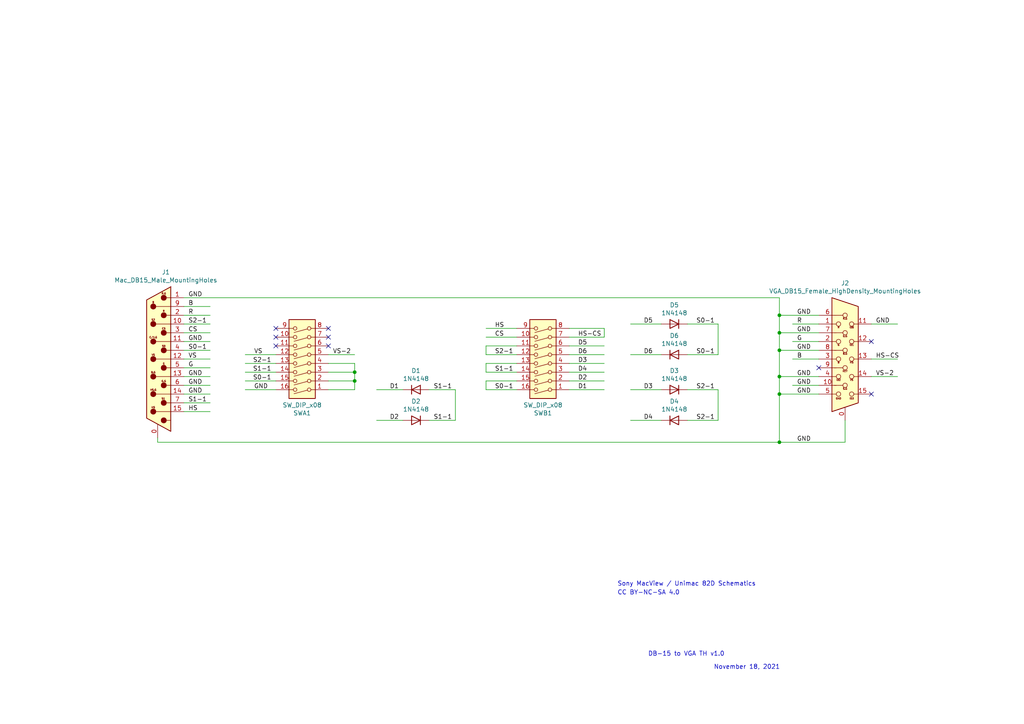
<source format=kicad_sch>
(kicad_sch (version 20211123) (generator eeschema)

  (uuid 7f353085-cee5-40c7-a500-d14ad2361ace)

  (paper "A4")

  (lib_symbols
    (symbol "Diode:1N4148" (pin_numbers hide) (pin_names hide) (in_bom yes) (on_board yes)
      (property "Reference" "D" (id 0) (at 0 2.54 0)
        (effects (font (size 1.27 1.27)))
      )
      (property "Value" "1N4148" (id 1) (at 0 -2.54 0)
        (effects (font (size 1.27 1.27)))
      )
      (property "Footprint" "Diode_THT:D_DO-35_SOD27_P7.62mm_Horizontal" (id 2) (at 0 0 0)
        (effects (font (size 1.27 1.27)) hide)
      )
      (property "Datasheet" "https://assets.nexperia.com/documents/data-sheet/1N4148_1N4448.pdf" (id 3) (at 0 0 0)
        (effects (font (size 1.27 1.27)) hide)
      )
      (property "ki_keywords" "diode" (id 4) (at 0 0 0)
        (effects (font (size 1.27 1.27)) hide)
      )
      (property "ki_description" "100V 0.15A standard switching diode, DO-35" (id 5) (at 0 0 0)
        (effects (font (size 1.27 1.27)) hide)
      )
      (property "ki_fp_filters" "D*DO?35*" (id 6) (at 0 0 0)
        (effects (font (size 1.27 1.27)) hide)
      )
      (symbol "1N4148_0_1"
        (polyline
          (pts
            (xy -1.27 1.27)
            (xy -1.27 -1.27)
          )
          (stroke (width 0.254) (type default) (color 0 0 0 0))
          (fill (type none))
        )
        (polyline
          (pts
            (xy 1.27 0)
            (xy -1.27 0)
          )
          (stroke (width 0) (type default) (color 0 0 0 0))
          (fill (type none))
        )
        (polyline
          (pts
            (xy 1.27 1.27)
            (xy 1.27 -1.27)
            (xy -1.27 0)
            (xy 1.27 1.27)
          )
          (stroke (width 0.254) (type default) (color 0 0 0 0))
          (fill (type none))
        )
      )
      (symbol "1N4148_1_1"
        (pin passive line (at -3.81 0 0) (length 2.54)
          (name "K" (effects (font (size 1.27 1.27))))
          (number "1" (effects (font (size 1.27 1.27))))
        )
        (pin passive line (at 3.81 0 180) (length 2.54)
          (name "A" (effects (font (size 1.27 1.27))))
          (number "2" (effects (font (size 1.27 1.27))))
        )
      )
    )
    (symbol "Switch:SW_DIP_x08" (pin_names (offset 0) hide) (in_bom yes) (on_board yes)
      (property "Reference" "SW" (id 0) (at 0 13.97 0)
        (effects (font (size 1.27 1.27)))
      )
      (property "Value" "SW_DIP_x08" (id 1) (at 0 -11.43 0)
        (effects (font (size 1.27 1.27)))
      )
      (property "Footprint" "" (id 2) (at 0 0 0)
        (effects (font (size 1.27 1.27)) hide)
      )
      (property "Datasheet" "~" (id 3) (at 0 0 0)
        (effects (font (size 1.27 1.27)) hide)
      )
      (property "ki_keywords" "dip switch" (id 4) (at 0 0 0)
        (effects (font (size 1.27 1.27)) hide)
      )
      (property "ki_description" "8x DIP Switch, Single Pole Single Throw (SPST) switch, small symbol" (id 5) (at 0 0 0)
        (effects (font (size 1.27 1.27)) hide)
      )
      (property "ki_fp_filters" "SW?DIP?x8*" (id 6) (at 0 0 0)
        (effects (font (size 1.27 1.27)) hide)
      )
      (symbol "SW_DIP_x08_0_0"
        (circle (center -2.032 -7.62) (radius 0.508)
          (stroke (width 0) (type default) (color 0 0 0 0))
          (fill (type none))
        )
        (circle (center -2.032 -5.08) (radius 0.508)
          (stroke (width 0) (type default) (color 0 0 0 0))
          (fill (type none))
        )
        (circle (center -2.032 -2.54) (radius 0.508)
          (stroke (width 0) (type default) (color 0 0 0 0))
          (fill (type none))
        )
        (circle (center -2.032 0) (radius 0.508)
          (stroke (width 0) (type default) (color 0 0 0 0))
          (fill (type none))
        )
        (circle (center -2.032 2.54) (radius 0.508)
          (stroke (width 0) (type default) (color 0 0 0 0))
          (fill (type none))
        )
        (circle (center -2.032 5.08) (radius 0.508)
          (stroke (width 0) (type default) (color 0 0 0 0))
          (fill (type none))
        )
        (circle (center -2.032 7.62) (radius 0.508)
          (stroke (width 0) (type default) (color 0 0 0 0))
          (fill (type none))
        )
        (circle (center -2.032 10.16) (radius 0.508)
          (stroke (width 0) (type default) (color 0 0 0 0))
          (fill (type none))
        )
        (polyline
          (pts
            (xy -1.524 -7.4676)
            (xy 2.3622 -6.4262)
          )
          (stroke (width 0) (type default) (color 0 0 0 0))
          (fill (type none))
        )
        (polyline
          (pts
            (xy -1.524 -4.9276)
            (xy 2.3622 -3.8862)
          )
          (stroke (width 0) (type default) (color 0 0 0 0))
          (fill (type none))
        )
        (polyline
          (pts
            (xy -1.524 -2.3876)
            (xy 2.3622 -1.3462)
          )
          (stroke (width 0) (type default) (color 0 0 0 0))
          (fill (type none))
        )
        (polyline
          (pts
            (xy -1.524 0.127)
            (xy 2.3622 1.1684)
          )
          (stroke (width 0) (type default) (color 0 0 0 0))
          (fill (type none))
        )
        (polyline
          (pts
            (xy -1.524 2.667)
            (xy 2.3622 3.7084)
          )
          (stroke (width 0) (type default) (color 0 0 0 0))
          (fill (type none))
        )
        (polyline
          (pts
            (xy -1.524 5.207)
            (xy 2.3622 6.2484)
          )
          (stroke (width 0) (type default) (color 0 0 0 0))
          (fill (type none))
        )
        (polyline
          (pts
            (xy -1.524 7.747)
            (xy 2.3622 8.7884)
          )
          (stroke (width 0) (type default) (color 0 0 0 0))
          (fill (type none))
        )
        (polyline
          (pts
            (xy -1.524 10.287)
            (xy 2.3622 11.3284)
          )
          (stroke (width 0) (type default) (color 0 0 0 0))
          (fill (type none))
        )
        (circle (center 2.032 -7.62) (radius 0.508)
          (stroke (width 0) (type default) (color 0 0 0 0))
          (fill (type none))
        )
        (circle (center 2.032 -5.08) (radius 0.508)
          (stroke (width 0) (type default) (color 0 0 0 0))
          (fill (type none))
        )
        (circle (center 2.032 -2.54) (radius 0.508)
          (stroke (width 0) (type default) (color 0 0 0 0))
          (fill (type none))
        )
        (circle (center 2.032 0) (radius 0.508)
          (stroke (width 0) (type default) (color 0 0 0 0))
          (fill (type none))
        )
        (circle (center 2.032 2.54) (radius 0.508)
          (stroke (width 0) (type default) (color 0 0 0 0))
          (fill (type none))
        )
        (circle (center 2.032 5.08) (radius 0.508)
          (stroke (width 0) (type default) (color 0 0 0 0))
          (fill (type none))
        )
        (circle (center 2.032 7.62) (radius 0.508)
          (stroke (width 0) (type default) (color 0 0 0 0))
          (fill (type none))
        )
        (circle (center 2.032 10.16) (radius 0.508)
          (stroke (width 0) (type default) (color 0 0 0 0))
          (fill (type none))
        )
      )
      (symbol "SW_DIP_x08_0_1"
        (rectangle (start -3.81 12.7) (end 3.81 -10.16)
          (stroke (width 0.254) (type default) (color 0 0 0 0))
          (fill (type background))
        )
      )
      (symbol "SW_DIP_x08_1_1"
        (pin passive line (at -7.62 10.16 0) (length 5.08)
          (name "~" (effects (font (size 1.27 1.27))))
          (number "1" (effects (font (size 1.27 1.27))))
        )
        (pin passive line (at 7.62 -5.08 180) (length 5.08)
          (name "~" (effects (font (size 1.27 1.27))))
          (number "10" (effects (font (size 1.27 1.27))))
        )
        (pin passive line (at 7.62 -2.54 180) (length 5.08)
          (name "~" (effects (font (size 1.27 1.27))))
          (number "11" (effects (font (size 1.27 1.27))))
        )
        (pin passive line (at 7.62 0 180) (length 5.08)
          (name "~" (effects (font (size 1.27 1.27))))
          (number "12" (effects (font (size 1.27 1.27))))
        )
        (pin passive line (at 7.62 2.54 180) (length 5.08)
          (name "~" (effects (font (size 1.27 1.27))))
          (number "13" (effects (font (size 1.27 1.27))))
        )
        (pin passive line (at 7.62 5.08 180) (length 5.08)
          (name "~" (effects (font (size 1.27 1.27))))
          (number "14" (effects (font (size 1.27 1.27))))
        )
        (pin passive line (at 7.62 7.62 180) (length 5.08)
          (name "~" (effects (font (size 1.27 1.27))))
          (number "15" (effects (font (size 1.27 1.27))))
        )
        (pin passive line (at 7.62 10.16 180) (length 5.08)
          (name "~" (effects (font (size 1.27 1.27))))
          (number "16" (effects (font (size 1.27 1.27))))
        )
        (pin passive line (at -7.62 7.62 0) (length 5.08)
          (name "~" (effects (font (size 1.27 1.27))))
          (number "2" (effects (font (size 1.27 1.27))))
        )
        (pin passive line (at -7.62 5.08 0) (length 5.08)
          (name "~" (effects (font (size 1.27 1.27))))
          (number "3" (effects (font (size 1.27 1.27))))
        )
        (pin passive line (at -7.62 2.54 0) (length 5.08)
          (name "~" (effects (font (size 1.27 1.27))))
          (number "4" (effects (font (size 1.27 1.27))))
        )
        (pin passive line (at -7.62 0 0) (length 5.08)
          (name "~" (effects (font (size 1.27 1.27))))
          (number "5" (effects (font (size 1.27 1.27))))
        )
        (pin passive line (at -7.62 -2.54 0) (length 5.08)
          (name "~" (effects (font (size 1.27 1.27))))
          (number "6" (effects (font (size 1.27 1.27))))
        )
        (pin passive line (at -7.62 -5.08 0) (length 5.08)
          (name "~" (effects (font (size 1.27 1.27))))
          (number "7" (effects (font (size 1.27 1.27))))
        )
        (pin passive line (at -7.62 -7.62 0) (length 5.08)
          (name "~" (effects (font (size 1.27 1.27))))
          (number "8" (effects (font (size 1.27 1.27))))
        )
        (pin passive line (at 7.62 -7.62 180) (length 5.08)
          (name "~" (effects (font (size 1.27 1.27))))
          (number "9" (effects (font (size 1.27 1.27))))
        )
      )
    )
    (symbol "project:Mac_DB15_Male_MountingHoles" (pin_names (offset 1.016) hide) (in_bom yes) (on_board yes)
      (property "Reference" "J" (id 0) (at 2.54 24.13 0)
        (effects (font (size 1.27 1.27)))
      )
      (property "Value" "Mac_DB15_Male_MountingHoles" (id 1) (at 2.54 26.035 0)
        (effects (font (size 1.27 1.27)))
      )
      (property "Footprint" "" (id 2) (at 0 0 0)
        (effects (font (size 1.27 1.27)) hide)
      )
      (property "Datasheet" "" (id 3) (at 0 0 0)
        (effects (font (size 1.27 1.27)) hide)
      )
      (property "ki_fp_filters" "DSUB*Male*" (id 4) (at 0 0 0)
        (effects (font (size 1.27 1.27)) hide)
      )
      (symbol "Mac_DB15_Male_MountingHoles_0_0"
        (text "B" (at -1.27 16.764 0)
          (effects (font (size 0.508 0.508)) (justify top))
        )
        (text "B.G" (at -1.27 -3.556 0)
          (effects (font (size 0.508 0.508)) (justify top))
        )
        (text "C/V.G" (at -1.27 6.604 0)
          (effects (font (size 0.508 0.508)) (justify top))
        )
        (text "CS" (at 1.778 9.144 0)
          (effects (font (size 0.508 0.508)) (justify top))
        )
        (text "G" (at 1.778 -1.016 0)
          (effects (font (size 0.508 0.508)) (justify top))
        )
        (text "G.G" (at 1.778 -6.096 0)
          (effects (font (size 0.508 0.508)) (justify top))
        )
        (text "HS" (at -1.27 -13.716 0)
          (effects (font (size 0.508 0.508)) (justify top))
        )
        (text "HS.G" (at -1.27 -8.636 0)
          (effects (font (size 0.508 0.508)) (justify top))
        )
        (text "R" (at 1.778 14.224 0)
          (effects (font (size 0.508 0.508)) (justify top))
        )
        (text "R.G" (at 1.778 19.304 0)
          (effects (font (size 0.508 0.508)) (justify top))
        )
        (text "S0" (at 1.778 4.064 0)
          (effects (font (size 0.508 0.508)) (justify top))
        )
        (text "S1" (at 1.651 -11.176 0)
          (effects (font (size 0.508 0.508)) (justify top))
        )
        (text "S2" (at -1.27 11.684 0)
          (effects (font (size 0.508 0.508)) (justify top))
        )
        (text "VS" (at -1.27 1.524 0)
          (effects (font (size 0.508 0.508)) (justify top))
        )
      )
      (symbol "Mac_DB15_Male_MountingHoles_0_1"
        (circle (center -1.27 -15.24) (radius 0.762)
          (stroke (width 0) (type default) (color 0 0 0 0))
          (fill (type outline))
        )
        (circle (center -1.27 -10.16) (radius 0.762)
          (stroke (width 0) (type default) (color 0 0 0 0))
          (fill (type outline))
        )
        (circle (center -1.27 -5.08) (radius 0.762)
          (stroke (width 0) (type default) (color 0 0 0 0))
          (fill (type outline))
        )
        (circle (center -1.27 0) (radius 0.762)
          (stroke (width 0) (type default) (color 0 0 0 0))
          (fill (type outline))
        )
        (circle (center -1.27 5.08) (radius 0.762)
          (stroke (width 0) (type default) (color 0 0 0 0))
          (fill (type outline))
        )
        (circle (center -1.27 10.16) (radius 0.762)
          (stroke (width 0) (type default) (color 0 0 0 0))
          (fill (type outline))
        )
        (circle (center -1.27 15.24) (radius 0.762)
          (stroke (width 0) (type default) (color 0 0 0 0))
          (fill (type outline))
        )
        (polyline
          (pts
            (xy 3.81 -17.78)
            (xy 2.54 -17.78)
          )
          (stroke (width 0) (type default) (color 0 0 0 0))
          (fill (type none))
        )
        (polyline
          (pts
            (xy 3.81 -15.24)
            (xy -0.508 -15.24)
          )
          (stroke (width 0) (type default) (color 0 0 0 0))
          (fill (type none))
        )
        (polyline
          (pts
            (xy 3.81 -12.7)
            (xy 2.54 -12.7)
          )
          (stroke (width 0) (type default) (color 0 0 0 0))
          (fill (type none))
        )
        (polyline
          (pts
            (xy 3.81 -10.16)
            (xy -0.508 -10.16)
          )
          (stroke (width 0) (type default) (color 0 0 0 0))
          (fill (type none))
        )
        (polyline
          (pts
            (xy 3.81 -7.62)
            (xy 2.54 -7.62)
          )
          (stroke (width 0) (type default) (color 0 0 0 0))
          (fill (type none))
        )
        (polyline
          (pts
            (xy 3.81 -5.08)
            (xy -0.508 -5.08)
          )
          (stroke (width 0) (type default) (color 0 0 0 0))
          (fill (type none))
        )
        (polyline
          (pts
            (xy 3.81 -2.54)
            (xy 2.54 -2.54)
          )
          (stroke (width 0) (type default) (color 0 0 0 0))
          (fill (type none))
        )
        (polyline
          (pts
            (xy 3.81 0)
            (xy -0.508 0)
          )
          (stroke (width 0) (type default) (color 0 0 0 0))
          (fill (type none))
        )
        (polyline
          (pts
            (xy 3.81 2.54)
            (xy 2.54 2.54)
          )
          (stroke (width 0) (type default) (color 0 0 0 0))
          (fill (type none))
        )
        (polyline
          (pts
            (xy 3.81 5.08)
            (xy -0.508 5.08)
          )
          (stroke (width 0) (type default) (color 0 0 0 0))
          (fill (type none))
        )
        (polyline
          (pts
            (xy 3.81 7.62)
            (xy 2.54 7.62)
          )
          (stroke (width 0) (type default) (color 0 0 0 0))
          (fill (type none))
        )
        (polyline
          (pts
            (xy 3.81 10.16)
            (xy -0.508 10.16)
          )
          (stroke (width 0) (type default) (color 0 0 0 0))
          (fill (type none))
        )
        (polyline
          (pts
            (xy 3.81 12.7)
            (xy 2.54 12.7)
          )
          (stroke (width 0) (type default) (color 0 0 0 0))
          (fill (type none))
        )
        (polyline
          (pts
            (xy 3.81 15.24)
            (xy -0.508 15.24)
          )
          (stroke (width 0) (type default) (color 0 0 0 0))
          (fill (type none))
        )
        (polyline
          (pts
            (xy 3.81 17.78)
            (xy 2.54 17.78)
          )
          (stroke (width 0) (type default) (color 0 0 0 0))
          (fill (type none))
        )
        (polyline
          (pts
            (xy 3.81 20.955)
            (xy -3.175 17.145)
            (xy -3.175 -17.145)
            (xy 3.81 -20.955)
            (xy 3.81 20.955)
          )
          (stroke (width 0.254) (type default) (color 0 0 0 0))
          (fill (type background))
        )
        (circle (center 1.778 -17.78) (radius 0.762)
          (stroke (width 0) (type default) (color 0 0 0 0))
          (fill (type outline))
        )
        (circle (center 1.778 -12.7) (radius 0.762)
          (stroke (width 0) (type default) (color 0 0 0 0))
          (fill (type outline))
        )
        (circle (center 1.778 -7.62) (radius 0.762)
          (stroke (width 0) (type default) (color 0 0 0 0))
          (fill (type outline))
        )
        (circle (center 1.778 -2.54) (radius 0.762)
          (stroke (width 0) (type default) (color 0 0 0 0))
          (fill (type outline))
        )
        (circle (center 1.778 2.54) (radius 0.762)
          (stroke (width 0) (type default) (color 0 0 0 0))
          (fill (type outline))
        )
        (circle (center 1.778 7.62) (radius 0.762)
          (stroke (width 0) (type default) (color 0 0 0 0))
          (fill (type outline))
        )
        (circle (center 1.778 12.7) (radius 0.762)
          (stroke (width 0) (type default) (color 0 0 0 0))
          (fill (type outline))
        )
        (circle (center 1.778 17.78) (radius 0.762)
          (stroke (width 0) (type default) (color 0 0 0 0))
          (fill (type outline))
        )
      )
      (symbol "Mac_DB15_Male_MountingHoles_1_1"
        (pin passive line (at 0 -22.86 90) (length 3.81)
          (name "SGND" (effects (font (size 1.27 1.27))))
          (number "0" (effects (font (size 1.27 1.27))))
        )
        (pin passive line (at 7.62 17.78 180) (length 3.81)
          (name "RED.GND" (effects (font (size 1.27 1.27))))
          (number "1" (effects (font (size 1.27 1.27))))
        )
        (pin output line (at 7.62 10.16 180) (length 3.81)
          (name "SENSE2" (effects (font (size 1.27 1.27))))
          (number "10" (effects (font (size 1.27 1.27))))
        )
        (pin passive line (at 7.62 5.08 180) (length 3.81)
          (name "CSYNC/VSYNC.GND" (effects (font (size 1.27 1.27))))
          (number "11" (effects (font (size 1.27 1.27))))
        )
        (pin input line (at 7.62 0 180) (length 3.81)
          (name "/VSYNC" (effects (font (size 1.27 1.27))))
          (number "12" (effects (font (size 1.27 1.27))))
        )
        (pin passive line (at 7.62 -5.08 180) (length 3.81)
          (name "BLU.GND" (effects (font (size 1.27 1.27))))
          (number "13" (effects (font (size 1.27 1.27))))
        )
        (pin passive line (at 7.62 -10.16 180) (length 3.81)
          (name "HSYNC.GND" (effects (font (size 1.27 1.27))))
          (number "14" (effects (font (size 1.27 1.27))))
        )
        (pin input line (at 7.62 -15.24 180) (length 3.81)
          (name "/HSYNC" (effects (font (size 1.27 1.27))))
          (number "15" (effects (font (size 1.27 1.27))))
        )
        (pin input line (at 7.62 12.7 180) (length 3.81)
          (name "RED.VID" (effects (font (size 1.27 1.27))))
          (number "2" (effects (font (size 1.27 1.27))))
        )
        (pin input line (at 7.62 7.62 180) (length 3.81)
          (name "/CSYNC" (effects (font (size 1.27 1.27))))
          (number "3" (effects (font (size 1.27 1.27))))
        )
        (pin output line (at 7.62 2.54 180) (length 3.81)
          (name "SENSE0" (effects (font (size 1.27 1.27))))
          (number "4" (effects (font (size 1.27 1.27))))
        )
        (pin input line (at 7.62 -2.54 180) (length 3.81)
          (name "GRN.VID" (effects (font (size 1.27 1.27))))
          (number "5" (effects (font (size 1.27 1.27))))
        )
        (pin passive line (at 7.62 -7.62 180) (length 3.81)
          (name "GRN.GND" (effects (font (size 1.27 1.27))))
          (number "6" (effects (font (size 1.27 1.27))))
        )
        (pin output line (at 7.62 -12.7 180) (length 3.81)
          (name "SENSE1" (effects (font (size 1.27 1.27))))
          (number "7" (effects (font (size 1.27 1.27))))
        )
        (pin no_connect line (at 7.62 -17.78 180) (length 3.81) hide
          (name "8" (effects (font (size 1.27 1.27))))
          (number "8" (effects (font (size 1.27 1.27))))
        )
        (pin output line (at 7.62 15.24 180) (length 3.81)
          (name "BLU.VID" (effects (font (size 1.27 1.27))))
          (number "9" (effects (font (size 1.27 1.27))))
        )
      )
    )
    (symbol "project:VGA_DB15_Female_HighDensity_MountingHoles" (pin_names (offset 1.016) hide) (in_bom yes) (on_board yes)
      (property "Reference" "J" (id 0) (at 0 21.59 0)
        (effects (font (size 1.27 1.27)))
      )
      (property "Value" "VGA_DB15_Female_HighDensity_MountingHoles" (id 1) (at 0 19.05 0)
        (effects (font (size 1.27 1.27)))
      )
      (property "Footprint" "" (id 2) (at -24.13 10.16 0)
        (effects (font (size 1.27 1.27)) hide)
      )
      (property "Datasheet" "" (id 3) (at -24.13 10.16 0)
        (effects (font (size 1.27 1.27)) hide)
      )
      (property "ki_fp_filters" "DSUB*Female*" (id 4) (at 0 0 0)
        (effects (font (size 1.27 1.27)) hide)
      )
      (symbol "VGA_DB15_Female_HighDensity_MountingHoles_0_0"
        (text "B" (at -1.905 -1.27 0)
          (effects (font (size 0.508 0.508)) (justify bottom))
        )
        (text "B.G" (at 0 1.27 0)
          (effects (font (size 0.508 0.508)) (justify bottom))
        )
        (text "G" (at -1.905 3.81 0)
          (effects (font (size 0.508 0.508)) (justify bottom))
        )
        (text "G.G" (at 0 6.35 0)
          (effects (font (size 0.508 0.508)) (justify bottom))
        )
        (text "GND" (at -1.905 -11.43 0)
          (effects (font (size 0.508 0.508)))
        )
        (text "HS" (at 1.905 -1.27 0)
          (effects (font (size 0.508 0.508)) (justify bottom))
        )
        (text "ID0" (at 1.905 8.89 0)
          (effects (font (size 0.508 0.508)) (justify bottom))
        )
        (text "ID1" (at 1.905 3.81 0)
          (effects (font (size 0.508 0.508)) (justify bottom))
        )
        (text "ID2" (at -1.905 -6.35 0)
          (effects (font (size 0.508 0.508)) (justify bottom))
        )
        (text "ID3" (at 1.905 -11.43 0)
          (effects (font (size 0.508 0.508)))
        )
        (text "KEY" (at 0 -3.81 0)
          (effects (font (size 0.508 0.508)) (justify bottom))
        )
        (text "R" (at -1.905 8.89 0)
          (effects (font (size 0.508 0.508)) (justify bottom))
        )
        (text "R.G" (at 0 11.43 0)
          (effects (font (size 0.508 0.508)) (justify bottom))
        )
        (text "S.G" (at 0 -8.89 0)
          (effects (font (size 0.508 0.508)) (justify bottom))
        )
        (text "VS" (at 1.905 -6.35 0)
          (effects (font (size 0.508 0.508)) (justify bottom))
        )
      )
      (symbol "VGA_DB15_Female_HighDensity_MountingHoles_0_1"
        (circle (center -1.905 -10.16) (radius 0.635)
          (stroke (width 0) (type default) (color 0 0 0 0))
          (fill (type none))
        )
        (circle (center -1.905 -5.08) (radius 0.635)
          (stroke (width 0) (type default) (color 0 0 0 0))
          (fill (type none))
        )
        (circle (center -1.905 0) (radius 0.635)
          (stroke (width 0) (type default) (color 0 0 0 0))
          (fill (type none))
        )
        (circle (center -1.905 5.08) (radius 0.635)
          (stroke (width 0) (type default) (color 0 0 0 0))
          (fill (type none))
        )
        (circle (center -1.905 10.16) (radius 0.635)
          (stroke (width 0) (type default) (color 0 0 0 0))
          (fill (type none))
        )
        (circle (center 0 -7.62) (radius 0.635)
          (stroke (width 0) (type default) (color 0 0 0 0))
          (fill (type none))
        )
        (circle (center 0 -2.54) (radius 0.635)
          (stroke (width 0) (type default) (color 0 0 0 0))
          (fill (type none))
        )
        (polyline
          (pts
            (xy -3.175 7.62)
            (xy -0.635 7.62)
          )
          (stroke (width 0) (type default) (color 0 0 0 0))
          (fill (type none))
        )
        (polyline
          (pts
            (xy -0.635 -7.62)
            (xy -3.175 -7.62)
          )
          (stroke (width 0) (type default) (color 0 0 0 0))
          (fill (type none))
        )
        (polyline
          (pts
            (xy -0.635 -2.54)
            (xy -3.175 -2.54)
          )
          (stroke (width 0) (type default) (color 0 0 0 0))
          (fill (type none))
        )
        (polyline
          (pts
            (xy -0.635 2.54)
            (xy -3.175 2.54)
          )
          (stroke (width 0) (type default) (color 0 0 0 0))
          (fill (type none))
        )
        (polyline
          (pts
            (xy -0.635 12.7)
            (xy -3.175 12.7)
          )
          (stroke (width 0) (type default) (color 0 0 0 0))
          (fill (type none))
        )
        (polyline
          (pts
            (xy -3.81 17.78)
            (xy -3.81 -15.24)
            (xy 3.81 -12.7)
            (xy 3.81 15.24)
            (xy -3.81 17.78)
          )
          (stroke (width 0.254) (type default) (color 0 0 0 0))
          (fill (type background))
        )
        (circle (center 0 2.54) (radius 0.635)
          (stroke (width 0) (type default) (color 0 0 0 0))
          (fill (type none))
        )
        (circle (center 0 7.62) (radius 0.635)
          (stroke (width 0) (type default) (color 0 0 0 0))
          (fill (type none))
        )
        (circle (center 0 12.7) (radius 0.635)
          (stroke (width 0) (type default) (color 0 0 0 0))
          (fill (type none))
        )
        (circle (center 1.905 -10.16) (radius 0.635)
          (stroke (width 0) (type default) (color 0 0 0 0))
          (fill (type none))
        )
        (circle (center 1.905 -5.08) (radius 0.635)
          (stroke (width 0) (type default) (color 0 0 0 0))
          (fill (type none))
        )
        (circle (center 1.905 0) (radius 0.635)
          (stroke (width 0) (type default) (color 0 0 0 0))
          (fill (type none))
        )
        (circle (center 1.905 5.08) (radius 0.635)
          (stroke (width 0) (type default) (color 0 0 0 0))
          (fill (type none))
        )
        (circle (center 1.905 10.16) (radius 0.635)
          (stroke (width 0) (type default) (color 0 0 0 0))
          (fill (type none))
        )
      )
      (symbol "VGA_DB15_Female_HighDensity_MountingHoles_1_1"
        (pin passive line (at 0 -17.78 90) (length 3.81)
          (name "SGND" (effects (font (size 1.27 1.27))))
          (number "0" (effects (font (size 1.27 1.27))))
        )
        (pin output line (at -7.62 10.16 0) (length 5.08)
          (name "RED.VID" (effects (font (size 1.27 1.27))))
          (number "1" (effects (font (size 1.27 1.27))))
        )
        (pin passive line (at -7.62 -7.62 0) (length 5.08)
          (name "SYNC.GND" (effects (font (size 1.27 1.27))))
          (number "10" (effects (font (size 1.27 1.27))))
        )
        (pin input line (at 7.62 10.16 180) (length 5.08)
          (name "ID0" (effects (font (size 1.27 1.27))))
          (number "11" (effects (font (size 1.27 1.27))))
        )
        (pin input line (at 7.62 5.08 180) (length 5.08)
          (name "ID1" (effects (font (size 1.27 1.27))))
          (number "12" (effects (font (size 1.27 1.27))))
        )
        (pin output line (at 7.62 0 180) (length 5.08)
          (name "/HSYNC" (effects (font (size 1.27 1.27))))
          (number "13" (effects (font (size 1.27 1.27))))
        )
        (pin output line (at 7.62 -5.08 180) (length 5.08)
          (name "/VSYNC" (effects (font (size 1.27 1.27))))
          (number "14" (effects (font (size 1.27 1.27))))
        )
        (pin input line (at 7.62 -10.16 180) (length 5.08)
          (name "ID3" (effects (font (size 1.27 1.27))))
          (number "15" (effects (font (size 1.27 1.27))))
        )
        (pin output line (at -7.62 5.08 0) (length 5.08)
          (name "GRN.VID" (effects (font (size 1.27 1.27))))
          (number "2" (effects (font (size 1.27 1.27))))
        )
        (pin output line (at -7.62 0 0) (length 5.08)
          (name "BLU.VID" (effects (font (size 1.27 1.27))))
          (number "3" (effects (font (size 1.27 1.27))))
        )
        (pin input line (at -7.62 -5.08 0) (length 5.08)
          (name "ID2/RES" (effects (font (size 1.27 1.27))))
          (number "4" (effects (font (size 1.27 1.27))))
        )
        (pin passive line (at -7.62 -10.16 0) (length 5.08)
          (name "GND" (effects (font (size 1.27 1.27))))
          (number "5" (effects (font (size 1.27 1.27))))
        )
        (pin passive line (at -7.62 12.7 0) (length 5.08)
          (name "RED.GND" (effects (font (size 1.27 1.27))))
          (number "6" (effects (font (size 1.27 1.27))))
        )
        (pin passive line (at -7.62 7.62 0) (length 5.08)
          (name "GRN.GND" (effects (font (size 1.27 1.27))))
          (number "7" (effects (font (size 1.27 1.27))))
        )
        (pin passive line (at -7.62 2.54 0) (length 5.08)
          (name "BLU.GND" (effects (font (size 1.27 1.27))))
          (number "8" (effects (font (size 1.27 1.27))))
        )
        (pin power_out line (at -7.62 -2.54 0) (length 5.08)
          (name "KEY" (effects (font (size 1.27 1.27))))
          (number "9" (effects (font (size 1.27 1.27))))
        )
      )
    )
  )

  (junction (at 226.06 128.27) (diameter 0) (color 0 0 0 0)
    (uuid 2648c0dc-06a6-4477-8ae5-9a76dd639634)
  )
  (junction (at 226.06 101.6) (diameter 0) (color 0 0 0 0)
    (uuid 35a52157-18f5-463f-8919-360e8b432bac)
  )
  (junction (at 102.87 110.49) (diameter 0) (color 0 0 0 0)
    (uuid 4a01c646-4fed-4a6d-8a1b-63ec5583d9e8)
  )
  (junction (at 226.06 114.3) (diameter 0) (color 0 0 0 0)
    (uuid 6440dde4-eeb3-4178-984c-15b633c5d33b)
  )
  (junction (at 226.06 109.22) (diameter 0) (color 0 0 0 0)
    (uuid 7ac9ff9a-a335-42bb-8c31-07448f9d0deb)
  )
  (junction (at 226.06 96.52) (diameter 0) (color 0 0 0 0)
    (uuid 7af2285a-0596-4024-a42d-485ccfbd81ee)
  )
  (junction (at 102.87 107.95) (diameter 0) (color 0 0 0 0)
    (uuid d19ea075-e64b-4bb1-b16f-9fbcd4b0b95e)
  )
  (junction (at 226.06 91.44) (diameter 0) (color 0 0 0 0)
    (uuid d412c0cb-049d-4176-ad86-43cb1ac71ad8)
  )

  (no_connect (at 95.25 95.25) (uuid 09cb651b-a0c1-419c-801c-5c4c0e468a2a))
  (no_connect (at 95.25 97.79) (uuid 1e87df35-9cee-4bbc-9f51-c79fa7ee811f))
  (no_connect (at 237.49 106.68) (uuid 3d553bf7-3c88-46b1-9d8e-62a5240d2274))
  (no_connect (at 80.01 100.33) (uuid 594b1487-4dc0-4a1e-beea-6738da55ba0b))
  (no_connect (at 80.01 97.79) (uuid 7714052d-9542-4697-8202-6fd01dedb9e3))
  (no_connect (at 95.25 100.33) (uuid 9fe312e1-77f4-4375-bd9b-6453dfd5089d))
  (no_connect (at 252.73 114.3) (uuid f17f3d32-865e-4193-b6c7-6c0514e262dd))
  (no_connect (at 80.01 95.25) (uuid fc871e94-f426-499d-b2c0-209be1f664d6))
  (no_connect (at 252.73 99.06) (uuid fed7151b-0c87-407e-969e-5b6f28f6eefa))

  (wire (pts (xy 175.26 97.79) (xy 175.26 95.25))
    (stroke (width 0) (type default) (color 0 0 0 0))
    (uuid 014e3e01-12d5-4878-a880-6c11dec1ffec)
  )
  (wire (pts (xy 191.77 102.87) (xy 182.88 102.87))
    (stroke (width 0) (type default) (color 0 0 0 0))
    (uuid 0ab439ca-7259-48c0-8ffe-a2b6af371fad)
  )
  (wire (pts (xy 53.34 96.52) (xy 60.96 96.52))
    (stroke (width 0) (type default) (color 0 0 0 0))
    (uuid 0b25c417-4915-47b2-83ac-0b1f0664f0d0)
  )
  (wire (pts (xy 102.87 105.41) (xy 95.25 105.41))
    (stroke (width 0) (type default) (color 0 0 0 0))
    (uuid 11d437d7-d756-466a-b26a-c2d11670d4f4)
  )
  (wire (pts (xy 53.34 106.68) (xy 60.96 106.68))
    (stroke (width 0) (type default) (color 0 0 0 0))
    (uuid 1b799cc4-665f-4a48-a1d6-b077a6cfdb15)
  )
  (wire (pts (xy 165.1 110.49) (xy 175.26 110.49))
    (stroke (width 0) (type default) (color 0 0 0 0))
    (uuid 1f59dc1e-2ae8-416b-a9ff-53b05f5acd99)
  )
  (wire (pts (xy 140.97 105.41) (xy 149.86 105.41))
    (stroke (width 0) (type default) (color 0 0 0 0))
    (uuid 1f7c4ce0-8fa9-4618-bd45-b797e787a943)
  )
  (wire (pts (xy 71.12 102.87) (xy 80.01 102.87))
    (stroke (width 0) (type default) (color 0 0 0 0))
    (uuid 235c7cab-a93f-4f92-93b5-062f1d5400a7)
  )
  (wire (pts (xy 199.39 121.92) (xy 208.28 121.92))
    (stroke (width 0) (type default) (color 0 0 0 0))
    (uuid 23c8cb40-293e-4273-84e8-5f5a1c3070e4)
  )
  (wire (pts (xy 95.25 110.49) (xy 102.87 110.49))
    (stroke (width 0) (type default) (color 0 0 0 0))
    (uuid 27e8cb18-ca5e-4d25-93c4-3944e6747e07)
  )
  (wire (pts (xy 53.34 101.6) (xy 60.96 101.6))
    (stroke (width 0) (type default) (color 0 0 0 0))
    (uuid 39f2d205-be99-4eb1-8f9a-09ecff1376fd)
  )
  (wire (pts (xy 226.06 109.22) (xy 226.06 101.6))
    (stroke (width 0) (type default) (color 0 0 0 0))
    (uuid 3a3a5928-8bc2-4af2-8466-b80870705845)
  )
  (wire (pts (xy 53.34 119.38) (xy 60.96 119.38))
    (stroke (width 0) (type default) (color 0 0 0 0))
    (uuid 3bc79b44-9e46-4e82-81a8-89634c86addd)
  )
  (wire (pts (xy 53.34 104.14) (xy 60.96 104.14))
    (stroke (width 0) (type default) (color 0 0 0 0))
    (uuid 3fa19c6c-9568-440d-a833-1cba4db71772)
  )
  (wire (pts (xy 149.86 95.25) (xy 140.97 95.25))
    (stroke (width 0) (type default) (color 0 0 0 0))
    (uuid 3fd1b779-a6c6-4a3c-ae1a-ae25d0c7bcbd)
  )
  (wire (pts (xy 199.39 93.98) (xy 208.28 93.98))
    (stroke (width 0) (type default) (color 0 0 0 0))
    (uuid 40b7b612-e746-4fe8-9cb6-5c45090e0e0e)
  )
  (wire (pts (xy 71.12 110.49) (xy 80.01 110.49))
    (stroke (width 0) (type default) (color 0 0 0 0))
    (uuid 417f6a1f-8fac-404b-a24b-6c4fd759ef85)
  )
  (wire (pts (xy 102.87 110.49) (xy 102.87 107.95))
    (stroke (width 0) (type default) (color 0 0 0 0))
    (uuid 41a95cf7-520b-499b-bbfb-9ece4ab28169)
  )
  (wire (pts (xy 149.86 102.87) (xy 140.97 102.87))
    (stroke (width 0) (type default) (color 0 0 0 0))
    (uuid 42508b75-e057-45e3-b6c6-eb3ce1687398)
  )
  (wire (pts (xy 226.06 101.6) (xy 237.49 101.6))
    (stroke (width 0) (type default) (color 0 0 0 0))
    (uuid 4628d607-2c80-451a-adac-3743bd04cccf)
  )
  (wire (pts (xy 124.46 113.03) (xy 132.08 113.03))
    (stroke (width 0) (type default) (color 0 0 0 0))
    (uuid 48061476-a39b-4438-9f3f-c7e33479fefc)
  )
  (wire (pts (xy 140.97 110.49) (xy 140.97 113.03))
    (stroke (width 0) (type default) (color 0 0 0 0))
    (uuid 4c9bdad7-bb5a-4160-8868-4b65cc33833e)
  )
  (wire (pts (xy 53.34 93.98) (xy 60.96 93.98))
    (stroke (width 0) (type default) (color 0 0 0 0))
    (uuid 50d194ce-6277-4758-b361-69d61709ade1)
  )
  (wire (pts (xy 165.1 105.41) (xy 175.26 105.41))
    (stroke (width 0) (type default) (color 0 0 0 0))
    (uuid 55b7efc2-f81d-4738-8105-d6f2fbf6f16e)
  )
  (wire (pts (xy 165.1 97.79) (xy 175.26 97.79))
    (stroke (width 0) (type default) (color 0 0 0 0))
    (uuid 5812df17-06ae-4e6b-af36-098b4cdded09)
  )
  (wire (pts (xy 71.12 105.41) (xy 80.01 105.41))
    (stroke (width 0) (type default) (color 0 0 0 0))
    (uuid 58ac3f2b-3ae9-45e4-b521-15f8bab8889d)
  )
  (wire (pts (xy 71.12 107.95) (xy 80.01 107.95))
    (stroke (width 0) (type default) (color 0 0 0 0))
    (uuid 58deb277-c74d-4ee0-89d7-725a237464a6)
  )
  (wire (pts (xy 53.34 114.3) (xy 60.96 114.3))
    (stroke (width 0) (type default) (color 0 0 0 0))
    (uuid 59ab8ab8-3765-48a8-9097-0c17d5452c29)
  )
  (wire (pts (xy 140.97 107.95) (xy 140.97 105.41))
    (stroke (width 0) (type default) (color 0 0 0 0))
    (uuid 5e87771d-c711-4418-a48f-c013a9186bc5)
  )
  (wire (pts (xy 116.84 113.03) (xy 109.22 113.03))
    (stroke (width 0) (type default) (color 0 0 0 0))
    (uuid 60ae27e2-6a74-4d60-a1a7-3d66554a9614)
  )
  (wire (pts (xy 165.1 107.95) (xy 175.26 107.95))
    (stroke (width 0) (type default) (color 0 0 0 0))
    (uuid 61d7960c-bed6-44b0-928e-e9fd39bfa0a2)
  )
  (wire (pts (xy 226.06 91.44) (xy 226.06 96.52))
    (stroke (width 0) (type default) (color 0 0 0 0))
    (uuid 66065521-e209-408b-a060-18c2672ded4c)
  )
  (wire (pts (xy 53.34 91.44) (xy 60.96 91.44))
    (stroke (width 0) (type default) (color 0 0 0 0))
    (uuid 669f0579-5d41-45b9-84f9-f6ccc85faee7)
  )
  (wire (pts (xy 140.97 113.03) (xy 149.86 113.03))
    (stroke (width 0) (type default) (color 0 0 0 0))
    (uuid 6a9bb729-07c7-4fb7-ace2-f160a65006c6)
  )
  (wire (pts (xy 165.1 100.33) (xy 175.26 100.33))
    (stroke (width 0) (type default) (color 0 0 0 0))
    (uuid 6c145cf8-fa06-49f2-91d2-91cfe7e41d82)
  )
  (wire (pts (xy 53.34 109.22) (xy 60.96 109.22))
    (stroke (width 0) (type default) (color 0 0 0 0))
    (uuid 6fe5c8c4-cdde-4cc6-9a07-42159c880af7)
  )
  (wire (pts (xy 53.34 111.76) (xy 60.96 111.76))
    (stroke (width 0) (type default) (color 0 0 0 0))
    (uuid 76474870-2188-43ff-ace6-f7f618cbb998)
  )
  (wire (pts (xy 226.06 86.36) (xy 226.06 91.44))
    (stroke (width 0) (type default) (color 0 0 0 0))
    (uuid 76f729f4-5fb0-487d-b26f-6f6ecca7d9fa)
  )
  (wire (pts (xy 191.77 121.92) (xy 182.88 121.92))
    (stroke (width 0) (type default) (color 0 0 0 0))
    (uuid 78ba5234-fabb-4edc-9164-88dd8b9b3f5e)
  )
  (wire (pts (xy 226.06 96.52) (xy 226.06 101.6))
    (stroke (width 0) (type default) (color 0 0 0 0))
    (uuid 7dc53b4f-600d-4fba-a918-b2a0a05f25fc)
  )
  (wire (pts (xy 102.87 110.49) (xy 102.87 113.03))
    (stroke (width 0) (type default) (color 0 0 0 0))
    (uuid 7ddf1f1d-e011-412a-9f9f-ddcdf44d61f0)
  )
  (wire (pts (xy 237.49 104.14) (xy 229.87 104.14))
    (stroke (width 0) (type default) (color 0 0 0 0))
    (uuid 812a810f-8e06-4867-9210-c71bca46f31a)
  )
  (wire (pts (xy 116.84 121.92) (xy 109.22 121.92))
    (stroke (width 0) (type default) (color 0 0 0 0))
    (uuid 84562a60-1874-4051-8096-cdfecb749175)
  )
  (wire (pts (xy 191.77 93.98) (xy 182.88 93.98))
    (stroke (width 0) (type default) (color 0 0 0 0))
    (uuid 87384ba1-6f0f-45b5-a372-d87c67100de2)
  )
  (wire (pts (xy 237.49 91.44) (xy 226.06 91.44))
    (stroke (width 0) (type default) (color 0 0 0 0))
    (uuid 87740579-2e7a-48a9-b22c-32128c0f6ee6)
  )
  (wire (pts (xy 53.34 99.06) (xy 60.96 99.06))
    (stroke (width 0) (type default) (color 0 0 0 0))
    (uuid 8824f5db-fd71-4058-9a25-c75c674648f1)
  )
  (wire (pts (xy 140.97 110.49) (xy 149.86 110.49))
    (stroke (width 0) (type default) (color 0 0 0 0))
    (uuid 8daea417-01a6-4955-b8c4-8aac3c03505d)
  )
  (wire (pts (xy 149.86 107.95) (xy 140.97 107.95))
    (stroke (width 0) (type default) (color 0 0 0 0))
    (uuid 8db34b38-ea76-47d9-8b96-d6579e19c644)
  )
  (wire (pts (xy 165.1 113.03) (xy 175.26 113.03))
    (stroke (width 0) (type default) (color 0 0 0 0))
    (uuid 8dbfc472-f34c-4d0c-86fc-81a0affca18c)
  )
  (wire (pts (xy 237.49 111.76) (xy 229.87 111.76))
    (stroke (width 0) (type default) (color 0 0 0 0))
    (uuid 97463abd-d8ff-4506-a4a5-3f8f61fe525b)
  )
  (wire (pts (xy 229.87 93.98) (xy 237.49 93.98))
    (stroke (width 0) (type default) (color 0 0 0 0))
    (uuid 9fc202ea-c02e-40a0-9b58-2f377cca707f)
  )
  (wire (pts (xy 226.06 128.27) (xy 45.72 128.27))
    (stroke (width 0) (type default) (color 0 0 0 0))
    (uuid a0732517-7aa3-4414-aadf-31d104a84d82)
  )
  (wire (pts (xy 226.06 109.22) (xy 237.49 109.22))
    (stroke (width 0) (type default) (color 0 0 0 0))
    (uuid a18e841d-1a2c-4a96-bcd7-be871804f852)
  )
  (wire (pts (xy 53.34 116.84) (xy 60.96 116.84))
    (stroke (width 0) (type default) (color 0 0 0 0))
    (uuid a3dc9c97-51cd-4d54-aa84-57eae8a0e859)
  )
  (wire (pts (xy 140.97 97.79) (xy 149.86 97.79))
    (stroke (width 0) (type default) (color 0 0 0 0))
    (uuid a5a1f20d-0657-4470-83ea-f475197cd594)
  )
  (wire (pts (xy 245.11 121.92) (xy 245.11 128.27))
    (stroke (width 0) (type default) (color 0 0 0 0))
    (uuid a6b67ac0-248f-49a8-b8ac-065bc9ebe56f)
  )
  (wire (pts (xy 165.1 95.25) (xy 175.26 95.25))
    (stroke (width 0) (type default) (color 0 0 0 0))
    (uuid a6c38c17-28dc-4fc3-89bd-9a4b81446ee9)
  )
  (wire (pts (xy 102.87 113.03) (xy 95.25 113.03))
    (stroke (width 0) (type default) (color 0 0 0 0))
    (uuid a9308743-f2a5-4c85-865a-f5814483c44c)
  )
  (wire (pts (xy 226.06 128.27) (xy 245.11 128.27))
    (stroke (width 0) (type default) (color 0 0 0 0))
    (uuid aa06fb7e-f3a4-497f-a368-a26c2a20ebcc)
  )
  (wire (pts (xy 140.97 100.33) (xy 140.97 102.87))
    (stroke (width 0) (type default) (color 0 0 0 0))
    (uuid ac3a3666-aeda-4538-8557-2330cf8f5345)
  )
  (wire (pts (xy 252.73 93.98) (xy 260.35 93.98))
    (stroke (width 0) (type default) (color 0 0 0 0))
    (uuid ae09611c-b17c-46c8-a2a2-f1cfa87db8bd)
  )
  (wire (pts (xy 199.39 102.87) (xy 208.28 102.87))
    (stroke (width 0) (type default) (color 0 0 0 0))
    (uuid aea32ee9-6b91-4f13-a2e0-5b1a1bcb4bc7)
  )
  (wire (pts (xy 53.34 88.9) (xy 60.96 88.9))
    (stroke (width 0) (type default) (color 0 0 0 0))
    (uuid b3c85003-32ca-46ed-8aba-5ca99962303b)
  )
  (wire (pts (xy 252.73 104.14) (xy 260.35 104.14))
    (stroke (width 0) (type default) (color 0 0 0 0))
    (uuid b414571b-fe68-4cd2-a3c4-d0517d1606a7)
  )
  (wire (pts (xy 199.39 113.03) (xy 208.28 113.03))
    (stroke (width 0) (type default) (color 0 0 0 0))
    (uuid b6b1d2e5-7870-46cc-9b49-9002b9e18cff)
  )
  (wire (pts (xy 252.73 109.22) (xy 260.35 109.22))
    (stroke (width 0) (type default) (color 0 0 0 0))
    (uuid b855b10f-9754-4008-8e64-c1bb9ea11ff7)
  )
  (wire (pts (xy 208.28 93.98) (xy 208.28 102.87))
    (stroke (width 0) (type default) (color 0 0 0 0))
    (uuid b9487e18-ecde-4a8b-9675-136397b5d4e7)
  )
  (wire (pts (xy 71.12 113.03) (xy 80.01 113.03))
    (stroke (width 0) (type default) (color 0 0 0 0))
    (uuid ba4129d2-8220-48d3-a580-ecd9590e833c)
  )
  (wire (pts (xy 132.08 113.03) (xy 132.08 121.92))
    (stroke (width 0) (type default) (color 0 0 0 0))
    (uuid bc7e83a4-907c-4221-bf46-acccde25ce9e)
  )
  (wire (pts (xy 102.87 107.95) (xy 95.25 107.95))
    (stroke (width 0) (type default) (color 0 0 0 0))
    (uuid c1b25fa7-519d-4ef0-beaa-64b41147da81)
  )
  (wire (pts (xy 191.77 113.03) (xy 182.88 113.03))
    (stroke (width 0) (type default) (color 0 0 0 0))
    (uuid c6f7ff29-7cea-4105-97f9-bcccd47d2319)
  )
  (wire (pts (xy 45.72 128.27) (xy 45.72 127))
    (stroke (width 0) (type default) (color 0 0 0 0))
    (uuid c7121b79-2f8a-4e71-b198-67806974dddd)
  )
  (wire (pts (xy 237.49 99.06) (xy 229.87 99.06))
    (stroke (width 0) (type default) (color 0 0 0 0))
    (uuid c899c7c5-05ea-4c5a-a07e-274b2951051a)
  )
  (wire (pts (xy 102.87 107.95) (xy 102.87 105.41))
    (stroke (width 0) (type default) (color 0 0 0 0))
    (uuid c9a9d322-d809-43d2-a579-e45abc5991ba)
  )
  (wire (pts (xy 53.34 86.36) (xy 226.06 86.36))
    (stroke (width 0) (type default) (color 0 0 0 0))
    (uuid d013d88d-b661-402a-bef4-de40b6aa7eef)
  )
  (wire (pts (xy 226.06 128.27) (xy 226.06 114.3))
    (stroke (width 0) (type default) (color 0 0 0 0))
    (uuid d6e56fcf-d9ed-407e-b244-b019b8da0554)
  )
  (wire (pts (xy 226.06 114.3) (xy 226.06 109.22))
    (stroke (width 0) (type default) (color 0 0 0 0))
    (uuid df503f1c-3ab8-43f1-acf7-a733c560626e)
  )
  (wire (pts (xy 237.49 114.3) (xy 226.06 114.3))
    (stroke (width 0) (type default) (color 0 0 0 0))
    (uuid df7795c1-d02b-43e5-bdf6-4513e6fa4625)
  )
  (wire (pts (xy 95.25 102.87) (xy 102.87 102.87))
    (stroke (width 0) (type default) (color 0 0 0 0))
    (uuid e5cf635a-a0da-4aa1-881b-467832ec5b34)
  )
  (wire (pts (xy 124.46 121.92) (xy 132.08 121.92))
    (stroke (width 0) (type default) (color 0 0 0 0))
    (uuid e992a6a7-2844-46e9-8930-f79e80a44dfd)
  )
  (wire (pts (xy 226.06 96.52) (xy 237.49 96.52))
    (stroke (width 0) (type default) (color 0 0 0 0))
    (uuid f08867ae-dc6f-430a-b009-49e25a8d5ca0)
  )
  (wire (pts (xy 165.1 102.87) (xy 175.26 102.87))
    (stroke (width 0) (type default) (color 0 0 0 0))
    (uuid f1c4d4b3-3615-4315-a208-aa837c9898ac)
  )
  (wire (pts (xy 208.28 113.03) (xy 208.28 121.92))
    (stroke (width 0) (type default) (color 0 0 0 0))
    (uuid fa5f18ed-b58e-4a57-ab48-42adf73f56fa)
  )
  (wire (pts (xy 149.86 100.33) (xy 140.97 100.33))
    (stroke (width 0) (type default) (color 0 0 0 0))
    (uuid fc6a157b-1be3-4343-9809-74756d3506cd)
  )

  (text "DB-15 to VGA TH v1.0" (at 187.96 190.5 0)
    (effects (font (size 1.27 1.27)) (justify left bottom))
    (uuid 9770bf5f-5a3b-4770-b46f-06a00e1b9261)
  )
  (text "November 18, 2021" (at 207.01 194.31 0)
    (effects (font (size 1.27 1.27)) (justify left bottom))
    (uuid b06f9507-0d4b-45e9-8301-a424d942d5ac)
  )
  (text "Sony MacView / Unimac 82D Schematics" (at 179.07 170.18 0)
    (effects (font (size 1.27 1.27)) (justify left bottom))
    (uuid ba54a49f-1f94-4b8e-afa9-b9850e10b7b8)
  )
  (text "CC BY-NC-SA 4.0" (at 179.07 172.72 0)
    (effects (font (size 1.27 1.27)) (justify left bottom))
    (uuid cfc7f302-54e4-47e2-9cf4-b8785418cbfe)
  )

  (label "GND" (at 54.61 114.3 0)
    (effects (font (size 1.27 1.27)) (justify left bottom))
    (uuid 03b4e145-9da3-492d-819b-2f5f44021c2a)
  )
  (label "D3" (at 186.69 113.03 0)
    (effects (font (size 1.27 1.27)) (justify left bottom))
    (uuid 084858a9-5c70-43bb-86ad-27cea418030d)
  )
  (label "D5" (at 186.69 93.98 0)
    (effects (font (size 1.27 1.27)) (justify left bottom))
    (uuid 0c139365-12df-497e-812a-48c06ce18edd)
  )
  (label "S1-1" (at 54.61 116.84 0)
    (effects (font (size 1.27 1.27)) (justify left bottom))
    (uuid 0ea2d3de-e76d-4a08-89f6-4d23edc578c7)
  )
  (label "R" (at 54.61 91.44 0)
    (effects (font (size 1.27 1.27)) (justify left bottom))
    (uuid 16182a4f-3385-4227-b084-a04670d0f603)
  )
  (label "VS" (at 54.61 104.14 0)
    (effects (font (size 1.27 1.27)) (justify left bottom))
    (uuid 18c7b914-bd4d-4f2b-8711-b9c726d45652)
  )
  (label "B" (at 231.14 104.14 0)
    (effects (font (size 1.27 1.27)) (justify left bottom))
    (uuid 1c40b033-47a7-44ec-b6b6-f63dda65ae2c)
  )
  (label "GND" (at 231.14 109.22 0)
    (effects (font (size 1.27 1.27)) (justify left bottom))
    (uuid 1cd29173-b3b4-4db1-bcd2-79a7bf384b89)
  )
  (label "VS" (at 73.66 102.87 0)
    (effects (font (size 1.27 1.27)) (justify left bottom))
    (uuid 1d6153e9-1d6f-40dc-9e0b-b72961fe7f9e)
  )
  (label "S2-1" (at 54.61 93.98 0)
    (effects (font (size 1.27 1.27)) (justify left bottom))
    (uuid 1ebba490-d14a-47e8-a2ba-dd940f4f450d)
  )
  (label "G" (at 54.61 106.68 0)
    (effects (font (size 1.27 1.27)) (justify left bottom))
    (uuid 2933029c-a10a-49f5-9818-099dd676a791)
  )
  (label "S1-1" (at 143.51 107.95 0)
    (effects (font (size 1.27 1.27)) (justify left bottom))
    (uuid 2cf76ee3-123f-44da-99d2-d7b87d2d78a7)
  )
  (label "CS" (at 143.51 97.79 0)
    (effects (font (size 1.27 1.27)) (justify left bottom))
    (uuid 30939448-7120-455a-97b5-3896d8ea825c)
  )
  (label "VS-2" (at 96.52 102.87 0)
    (effects (font (size 1.27 1.27)) (justify left bottom))
    (uuid 30dcfe8e-3784-438a-86b2-7e5a9fc8f054)
  )
  (label "GND" (at 231.14 128.27 0)
    (effects (font (size 1.27 1.27)) (justify left bottom))
    (uuid 34ec2bca-6ffe-45d8-bd56-15df7054002e)
  )
  (label "GND" (at 231.14 114.3 0)
    (effects (font (size 1.27 1.27)) (justify left bottom))
    (uuid 3e891011-549b-4c4d-9c5b-72441a25a917)
  )
  (label "D5" (at 167.64 100.33 0)
    (effects (font (size 1.27 1.27)) (justify left bottom))
    (uuid 410d8312-425f-485c-8c76-580401ae7fce)
  )
  (label "D1" (at 167.64 113.03 0)
    (effects (font (size 1.27 1.27)) (justify left bottom))
    (uuid 44dca708-ee0a-4f15-96f3-d12e4eee3fe6)
  )
  (label "B" (at 54.61 88.9 0)
    (effects (font (size 1.27 1.27)) (justify left bottom))
    (uuid 46766d79-feb2-4bef-bc3a-43e012a5d198)
  )
  (label "GND" (at 231.14 111.76 0)
    (effects (font (size 1.27 1.27)) (justify left bottom))
    (uuid 46feca68-6072-4879-aac0-aa384f627e1b)
  )
  (label "VS-2" (at 254 109.22 0)
    (effects (font (size 1.27 1.27)) (justify left bottom))
    (uuid 485f454d-2b32-4c87-bb7a-00312f67a778)
  )
  (label "S1-1" (at 125.73 113.03 0)
    (effects (font (size 1.27 1.27)) (justify left bottom))
    (uuid 50ffc2a7-0506-4ff4-8c9e-dcef12d8a028)
  )
  (label "S2-1" (at 201.93 113.03 0)
    (effects (font (size 1.27 1.27)) (justify left bottom))
    (uuid 5f48c20f-2139-4ceb-9731-2ba642966ea8)
  )
  (label "CS" (at 54.61 96.52 0)
    (effects (font (size 1.27 1.27)) (justify left bottom))
    (uuid 5f8b75e9-52e7-45e5-9443-372b7c4f4880)
  )
  (label "S0-1" (at 78.74 110.49 180)
    (effects (font (size 1.27 1.27)) (justify right bottom))
    (uuid 616d28b8-c9c0-48f6-9920-df6eaaaaf77d)
  )
  (label "S1-1" (at 125.73 121.92 0)
    (effects (font (size 1.27 1.27)) (justify left bottom))
    (uuid 68c7e64b-ed6b-4aee-86a6-76965827c056)
  )
  (label "GND" (at 231.14 91.44 0)
    (effects (font (size 1.27 1.27)) (justify left bottom))
    (uuid 70d78e6a-fa42-4ebe-be1c-54ca6f3b9f63)
  )
  (label "R" (at 231.14 93.98 0)
    (effects (font (size 1.27 1.27)) (justify left bottom))
    (uuid 75c09d7c-fdb9-4833-91a8-e55bd37d4e11)
  )
  (label "S2-1" (at 201.93 121.92 0)
    (effects (font (size 1.27 1.27)) (justify left bottom))
    (uuid 77085dad-20f4-4b2a-9ec7-75c2dab92fe1)
  )
  (label "GND" (at 54.61 109.22 0)
    (effects (font (size 1.27 1.27)) (justify left bottom))
    (uuid 791c66d8-8692-4175-9183-f9095b15469d)
  )
  (label "GND" (at 54.61 99.06 0)
    (effects (font (size 1.27 1.27)) (justify left bottom))
    (uuid 79fb7822-0bb8-4a01-8e65-c61b4df34292)
  )
  (label "D3" (at 167.64 105.41 0)
    (effects (font (size 1.27 1.27)) (justify left bottom))
    (uuid 879a079d-f259-4102-9284-29d1368830b8)
  )
  (label "S2-1" (at 78.74 105.41 180)
    (effects (font (size 1.27 1.27)) (justify right bottom))
    (uuid 89724ce6-740f-4f01-ab7b-f6b27dc8f1ba)
  )
  (label "S0-1" (at 54.61 101.6 0)
    (effects (font (size 1.27 1.27)) (justify left bottom))
    (uuid 956175a9-23cf-4c64-87a2-1c0059e3dccb)
  )
  (label "D2" (at 113.03 121.92 0)
    (effects (font (size 1.27 1.27)) (justify left bottom))
    (uuid 95df0760-4e6c-4832-ba49-27199e256856)
  )
  (label "G" (at 231.14 99.06 0)
    (effects (font (size 1.27 1.27)) (justify left bottom))
    (uuid 99110e1f-0523-494c-a0f9-1788c3cdd0e2)
  )
  (label "D6" (at 167.64 102.87 0)
    (effects (font (size 1.27 1.27)) (justify left bottom))
    (uuid 9980ddb8-9b39-41ac-9e94-36c746b9026a)
  )
  (label "S0-1" (at 143.51 113.03 0)
    (effects (font (size 1.27 1.27)) (justify left bottom))
    (uuid 9a2f3876-9851-4999-a3a6-cb8828b12f8e)
  )
  (label "GND" (at 231.14 96.52 0)
    (effects (font (size 1.27 1.27)) (justify left bottom))
    (uuid 9e937060-a458-4e68-9947-0260639b616f)
  )
  (label "HS-CS" (at 167.64 97.79 0)
    (effects (font (size 1.27 1.27)) (justify left bottom))
    (uuid a0479b92-b5b5-45ad-8f67-187776cdf2a6)
  )
  (label "S0-1" (at 201.93 102.87 0)
    (effects (font (size 1.27 1.27)) (justify left bottom))
    (uuid a3171658-53b0-4d00-9199-f06fb77622b6)
  )
  (label "D2" (at 167.64 110.49 0)
    (effects (font (size 1.27 1.27)) (justify left bottom))
    (uuid aa466036-6ce3-425d-b031-e1b5caf5c8ec)
  )
  (label "GND" (at 73.66 113.03 0)
    (effects (font (size 1.27 1.27)) (justify left bottom))
    (uuid aaa5da25-21a9-4c73-ae05-4177963edc80)
  )
  (label "GND" (at 231.14 101.6 0)
    (effects (font (size 1.27 1.27)) (justify left bottom))
    (uuid aef120c7-a97a-45c7-8446-007caed85f87)
  )
  (label "S2-1" (at 143.51 102.87 0)
    (effects (font (size 1.27 1.27)) (justify left bottom))
    (uuid b2d62c8a-997f-4337-ab62-03407a7b6ead)
  )
  (label "S1-1" (at 78.74 107.95 180)
    (effects (font (size 1.27 1.27)) (justify right bottom))
    (uuid bd6946fc-010f-4997-9d12-f9dd0a7fd5e7)
  )
  (label "HS" (at 143.51 95.25 0)
    (effects (font (size 1.27 1.27)) (justify left bottom))
    (uuid c38036bb-0a58-47d6-aa58-60e5e6575f8c)
  )
  (label "D6" (at 186.69 102.87 0)
    (effects (font (size 1.27 1.27)) (justify left bottom))
    (uuid c4a4ee24-6fb3-4b9d-ac13-2d1e3b020fb7)
  )
  (label "HS" (at 54.61 119.38 0)
    (effects (font (size 1.27 1.27)) (justify left bottom))
    (uuid d1dd3eeb-e33b-401c-8aec-26f0ace5e499)
  )
  (label "D1" (at 113.03 113.03 0)
    (effects (font (size 1.27 1.27)) (justify left bottom))
    (uuid d271ac4e-12e3-45c9-8b3c-9eda2768d326)
  )
  (label "GND" (at 54.61 86.36 0)
    (effects (font (size 1.27 1.27)) (justify left bottom))
    (uuid d3151cb7-4d0b-48fc-9e6a-b873db4daa6a)
  )
  (label "GND" (at 254 93.98 0)
    (effects (font (size 1.27 1.27)) (justify left bottom))
    (uuid d8fc8292-fe96-4f82-b0f4-eea46e637fc6)
  )
  (label "HS-CS" (at 254 104.14 0)
    (effects (font (size 1.27 1.27)) (justify left bottom))
    (uuid e1913552-7752-4dcf-afdb-f2c55f345754)
  )
  (label "D4" (at 186.69 121.92 0)
    (effects (font (size 1.27 1.27)) (justify left bottom))
    (uuid e46f3430-b78a-4d8e-8d4b-082a49226217)
  )
  (label "GND" (at 54.61 111.76 0)
    (effects (font (size 1.27 1.27)) (justify left bottom))
    (uuid e9292b30-3f51-4114-bae9-118f352c2691)
  )
  (label "D4" (at 167.64 107.95 0)
    (effects (font (size 1.27 1.27)) (justify left bottom))
    (uuid f4a781e6-688a-4e1f-b7da-b0223e9778bd)
  )
  (label "S0-1" (at 201.93 93.98 0)
    (effects (font (size 1.27 1.27)) (justify left bottom))
    (uuid fa60405e-2562-49f0-9d9b-a2e65cd92d94)
  )

  (symbol (lib_id "project:VGA_DB15_Female_HighDensity_MountingHoles") (at 245.11 104.14 0) (unit 1)
    (in_bom yes) (on_board yes)
    (uuid 00000000-0000-0000-0000-00006151fc86)
    (property "Reference" "J2" (id 0) (at 245.11 82.1182 0))
    (property "Value" "VGA_DB15_Female_HighDensity_MountingHoles" (id 1) (at 245.11 84.4296 0))
    (property "Footprint" "Connector_Dsub:DSUB-15-HD_Female_Horizontal_P2.29x1.98mm_EdgePinOffset3.03mm_Housed_MountingHolesOffset4.94mm" (id 2) (at 220.98 93.98 0)
      (effects (font (size 1.27 1.27)) hide)
    )
    (property "Datasheet" " ~" (id 3) (at 220.98 93.98 0)
      (effects (font (size 1.27 1.27)) hide)
    )
    (pin "0" (uuid 3b5c9a81-bbf0-4fcb-ac45-f21f68c3e171))
    (pin "1" (uuid 3aa886ae-104e-4eb1-8f83-e9bd9a9d622d))
    (pin "10" (uuid 06aa8d80-95eb-4f10-af7a-010cbb790832))
    (pin "11" (uuid b316351e-a907-4a9f-b873-5f176e418aac))
    (pin "12" (uuid e3254d53-3dc5-473f-af0b-3c6eb32b666a))
    (pin "13" (uuid 1c10290b-83fb-47cd-a2b2-300cb29fa67a))
    (pin "14" (uuid 44ddd753-05c2-4339-87ad-ae4282f08417))
    (pin "15" (uuid f1dadd89-574a-455b-9038-87032a9a6843))
    (pin "2" (uuid 01ef3ca6-ee9f-4e77-a147-8778285e0d79))
    (pin "3" (uuid 053827f6-5d2a-4a0c-b51d-3aa12ba87873))
    (pin "4" (uuid 6e12a2cd-9499-4625-9c57-cd10455c7dfb))
    (pin "5" (uuid a32ab41a-7519-4092-9a06-9fa316767f62))
    (pin "6" (uuid 08bd37d0-b4fc-4632-ad4a-a848eea8a42f))
    (pin "7" (uuid e3fd92a7-720b-488d-830c-f0fb771d2cb1))
    (pin "8" (uuid a9860501-dd79-4007-92ac-b597f583575a))
    (pin "9" (uuid 78534c30-adb8-4837-aefa-9c8f8b3fb35f))
  )

  (symbol (lib_id "Switch:SW_DIP_x08") (at 87.63 102.87 180) (unit 1)
    (in_bom yes) (on_board yes)
    (uuid 00000000-0000-0000-0000-000061528095)
    (property "Reference" "SWA1" (id 0) (at 87.63 119.8118 0))
    (property "Value" "SW_DIP_x08" (id 1) (at 87.63 117.5004 0))
    (property "Footprint" "project:SW_DIP_SPSTx08_Slide_9.78x22.5mm_W7.62mm_P2.54mm" (id 2) (at 87.63 102.87 0)
      (effects (font (size 1.27 1.27)) hide)
    )
    (property "Datasheet" "~" (id 3) (at 87.63 102.87 0)
      (effects (font (size 1.27 1.27)) hide)
    )
    (pin "1" (uuid 74944bd7-2f23-4265-8aa4-95ea7bd50c34))
    (pin "10" (uuid 07317b88-9c59-4b9a-94bd-80c31da9edeb))
    (pin "11" (uuid 1224a7d5-ffaa-4a0b-b096-7e6152a60ab1))
    (pin "12" (uuid 7f2bb342-10b4-46ea-8dce-4b5a2d8d42b1))
    (pin "13" (uuid e100b552-b7cb-4abf-92a7-d68902bb1bc6))
    (pin "14" (uuid 888806fe-69ff-4335-8a48-4ae7cd78617a))
    (pin "15" (uuid e847db10-811c-4a72-b286-8eafc795f811))
    (pin "16" (uuid 39667f0b-fee4-480d-a71b-d3a4ba6696fd))
    (pin "2" (uuid 6918f602-24e1-4cd8-96a8-c64049417e46))
    (pin "3" (uuid c0328710-e6ca-434f-b649-806462b222a4))
    (pin "4" (uuid 43d5fed3-ca7f-4570-8d93-b9571e61dab5))
    (pin "5" (uuid e5fca821-d56f-4614-8270-dd6efa7c9e6c))
    (pin "6" (uuid 403a9cd6-8479-4e97-8405-94b5bca6d9f5))
    (pin "7" (uuid 520b70d0-641d-4668-a6bb-4d11d8c60906))
    (pin "8" (uuid c8cee9a5-8800-4c00-b84b-93c0f1b3efb8))
    (pin "9" (uuid 5a372819-f595-4021-9c70-d52e322a3c38))
  )

  (symbol (lib_id "Switch:SW_DIP_x08") (at 157.48 102.87 180) (unit 1)
    (in_bom yes) (on_board yes)
    (uuid 00000000-0000-0000-0000-00006152990a)
    (property "Reference" "SWB1" (id 0) (at 157.48 119.8118 0))
    (property "Value" "SW_DIP_x08" (id 1) (at 157.48 117.5004 0))
    (property "Footprint" "project:SW_DIP_SPSTx08_Slide_9.78x22.5mm_W7.62mm_P2.54mm" (id 2) (at 157.48 102.87 0)
      (effects (font (size 1.27 1.27)) hide)
    )
    (property "Datasheet" "~" (id 3) (at 157.48 102.87 0)
      (effects (font (size 1.27 1.27)) hide)
    )
    (pin "1" (uuid d3d381d0-7dd8-46f5-b619-eafcde996885))
    (pin "10" (uuid 10758fb1-5491-4558-9972-ee9294a1843e))
    (pin "11" (uuid 0bdd2cd6-5c70-4f6b-9ccd-438d819e0c34))
    (pin "12" (uuid be227223-0652-47e6-8a3b-f727662e4060))
    (pin "13" (uuid 10f7d1b6-fe35-48c1-a483-262c32debdcb))
    (pin "14" (uuid d557e475-eb63-4a0a-b8bb-98ae78955bf9))
    (pin "15" (uuid 42e3c2c1-b203-43fa-8dec-cf33a3bc902a))
    (pin "16" (uuid c01a27ba-7f33-4062-a81b-d644134bf11a))
    (pin "2" (uuid c606cb0d-1bc5-4ee7-88a0-b7fa295e3c04))
    (pin "3" (uuid 1a908764-012b-4caa-89be-46991860a6f3))
    (pin "4" (uuid 13030505-fbb0-4be6-9ef8-575b359085d3))
    (pin "5" (uuid 6a6f7c8c-2d5a-4234-b372-61c18a6c5d5f))
    (pin "6" (uuid b955f6db-199a-41e1-9203-a6572d0f8e0a))
    (pin "7" (uuid 902ca51c-ae7b-49db-8802-7e94d7642273))
    (pin "8" (uuid ad1624cf-0dd5-43a3-b1c3-654421ac28c5))
    (pin "9" (uuid a8d9a1bb-1648-446c-9635-13671fd8c9e2))
  )

  (symbol (lib_id "project:Mac_DB15_Male_MountingHoles") (at 45.72 104.14 0) (unit 1)
    (in_bom yes) (on_board yes)
    (uuid 00000000-0000-0000-0000-00006154a803)
    (property "Reference" "J1" (id 0) (at 48.1076 78.9432 0))
    (property "Value" "Mac_DB15_Male_MountingHoles" (id 1) (at 48.1076 81.2546 0))
    (property "Footprint" "Connector_Dsub:DSUB-15_Male_Horizontal_P2.77x2.84mm_EdgePinOffset7.70mm_Housed_MountingHolesOffset9.12mm" (id 2) (at 45.72 104.14 0)
      (effects (font (size 1.27 1.27)) hide)
    )
    (property "Datasheet" " ~" (id 3) (at 45.72 104.14 0)
      (effects (font (size 1.27 1.27)) hide)
    )
    (pin "0" (uuid 43b53715-42a2-4a36-b9d6-734d7b1334f2))
    (pin "1" (uuid 8b92da4e-563c-4efc-b668-c10e8fa26754))
    (pin "10" (uuid 28c3a7b0-abf6-404a-b94d-0aac488bbc26))
    (pin "11" (uuid 37b323bc-5848-4ca3-801a-a4d7b850ec4c))
    (pin "12" (uuid da5beee0-ffa2-48e4-8bd6-a0e344f01078))
    (pin "13" (uuid c35b767b-9a14-4c72-a008-9d2b676eaeba))
    (pin "14" (uuid 3e1215af-d54d-47ef-a6a5-9f2e35c7e609))
    (pin "15" (uuid 1f746ce3-4a42-487d-b133-63e647f4ab4b))
    (pin "2" (uuid 5b6983c8-d294-4d61-9397-b689fe600977))
    (pin "3" (uuid 7400bf4e-d36c-4d36-a07c-671e8f1ae021))
    (pin "4" (uuid 9ef101dc-e6e2-4b55-8b31-e68c2ec59a9d))
    (pin "5" (uuid 3aa6fec6-7e56-4a93-8730-0c1be33a9148))
    (pin "6" (uuid 34cef994-2752-4954-a8dd-c0a22799febe))
    (pin "7" (uuid c6ec6218-5a46-4777-950f-ae12526b8188))
    (pin "8" (uuid b6673fc7-c6ef-4fc5-bc71-dc687dcb15b7))
    (pin "9" (uuid 47a785d2-29ba-4719-bfe3-67407bcd5b8c))
  )

  (symbol (lib_id "Diode:1N4148") (at 120.65 113.03 0) (unit 1)
    (in_bom yes) (on_board yes)
    (uuid 00000000-0000-0000-0000-000061582c6f)
    (property "Reference" "D1" (id 0) (at 120.65 107.5182 0))
    (property "Value" "1N4148" (id 1) (at 120.65 109.8296 0))
    (property "Footprint" "Diode_THT:D_DO-35_SOD27_P7.62mm_Horizontal" (id 2) (at 120.65 117.475 0)
      (effects (font (size 1.27 1.27)) hide)
    )
    (property "Datasheet" "https://assets.nexperia.com/documents/data-sheet/1N4148_1N4448.pdf" (id 3) (at 120.65 113.03 0)
      (effects (font (size 1.27 1.27)) hide)
    )
    (pin "1" (uuid 5ebef624-20fb-4289-a775-5553d7c1ad8c))
    (pin "2" (uuid ceff9df9-13c3-431d-a099-094d3cfd86b6))
  )

  (symbol (lib_id "Diode:1N4148") (at 195.58 121.92 0) (unit 1)
    (in_bom yes) (on_board yes)
    (uuid 00000000-0000-0000-0000-00006158496f)
    (property "Reference" "D4" (id 0) (at 195.58 116.4082 0))
    (property "Value" "1N4148" (id 1) (at 195.58 118.7196 0))
    (property "Footprint" "Diode_THT:D_DO-35_SOD27_P7.62mm_Horizontal" (id 2) (at 195.58 126.365 0)
      (effects (font (size 1.27 1.27)) hide)
    )
    (property "Datasheet" "https://assets.nexperia.com/documents/data-sheet/1N4148_1N4448.pdf" (id 3) (at 195.58 121.92 0)
      (effects (font (size 1.27 1.27)) hide)
    )
    (pin "1" (uuid 0faf8057-42ae-4c93-a0a2-b1b9e6aad24b))
    (pin "2" (uuid b9f05cfa-1590-42d4-b8d9-665acebfc849))
  )

  (symbol (lib_id "Diode:1N4148") (at 195.58 113.03 0) (mirror y) (unit 1)
    (in_bom yes) (on_board yes)
    (uuid 00000000-0000-0000-0000-0000615851af)
    (property "Reference" "D3" (id 0) (at 195.58 107.5182 0))
    (property "Value" "1N4148" (id 1) (at 195.58 109.8296 0))
    (property "Footprint" "Diode_THT:D_DO-35_SOD27_P7.62mm_Horizontal" (id 2) (at 195.58 117.475 0)
      (effects (font (size 1.27 1.27)) hide)
    )
    (property "Datasheet" "https://assets.nexperia.com/documents/data-sheet/1N4148_1N4448.pdf" (id 3) (at 195.58 113.03 0)
      (effects (font (size 1.27 1.27)) hide)
    )
    (pin "1" (uuid b6c4aaa7-7a56-404a-a6a9-eac0566a359d))
    (pin "2" (uuid 50974059-58f4-47d5-ade0-bd1022ffe847))
  )

  (symbol (lib_id "Diode:1N4148") (at 195.58 102.87 0) (unit 1)
    (in_bom yes) (on_board yes)
    (uuid 00000000-0000-0000-0000-0000615862a9)
    (property "Reference" "D6" (id 0) (at 195.58 97.3582 0))
    (property "Value" "1N4148" (id 1) (at 195.58 99.6696 0))
    (property "Footprint" "Diode_THT:D_DO-35_SOD27_P7.62mm_Horizontal" (id 2) (at 195.58 107.315 0)
      (effects (font (size 1.27 1.27)) hide)
    )
    (property "Datasheet" "https://assets.nexperia.com/documents/data-sheet/1N4148_1N4448.pdf" (id 3) (at 195.58 102.87 0)
      (effects (font (size 1.27 1.27)) hide)
    )
    (pin "1" (uuid f78ae542-8d32-4e36-906b-fe9740b09027))
    (pin "2" (uuid f929aa2d-f93b-4865-8ccf-cfa99be6d3f8))
  )

  (symbol (lib_id "Diode:1N4148") (at 195.58 93.98 0) (mirror y) (unit 1)
    (in_bom yes) (on_board yes)
    (uuid 00000000-0000-0000-0000-000061587aea)
    (property "Reference" "D5" (id 0) (at 195.58 88.4682 0))
    (property "Value" "1N4148" (id 1) (at 195.58 90.7796 0))
    (property "Footprint" "Diode_THT:D_DO-35_SOD27_P7.62mm_Horizontal" (id 2) (at 195.58 98.425 0)
      (effects (font (size 1.27 1.27)) hide)
    )
    (property "Datasheet" "https://assets.nexperia.com/documents/data-sheet/1N4148_1N4448.pdf" (id 3) (at 195.58 93.98 0)
      (effects (font (size 1.27 1.27)) hide)
    )
    (pin "1" (uuid d7d4568d-9e26-4352-9e21-5fa628aa26be))
    (pin "2" (uuid 086cab94-e1d8-464c-a84e-ec19e437ff36))
  )

  (symbol (lib_id "Diode:1N4148") (at 120.65 121.92 0) (mirror y) (unit 1)
    (in_bom yes) (on_board yes)
    (uuid 00000000-0000-0000-0000-000061588880)
    (property "Reference" "D2" (id 0) (at 120.65 116.4082 0))
    (property "Value" "1N4148" (id 1) (at 120.65 118.7196 0))
    (property "Footprint" "Diode_THT:D_DO-35_SOD27_P7.62mm_Horizontal" (id 2) (at 120.65 126.365 0)
      (effects (font (size 1.27 1.27)) hide)
    )
    (property "Datasheet" "https://assets.nexperia.com/documents/data-sheet/1N4148_1N4448.pdf" (id 3) (at 120.65 121.92 0)
      (effects (font (size 1.27 1.27)) hide)
    )
    (pin "1" (uuid 5f7a0b51-c1d1-4d9e-96eb-ddbedf7638b5))
    (pin "2" (uuid 8d9a7a60-1466-464d-8900-d63acdc5f30e))
  )

  (sheet_instances
    (path "/" (page "1"))
  )

  (symbol_instances
    (path "/00000000-0000-0000-0000-000061582c6f"
      (reference "D1") (unit 1) (value "1N4148") (footprint "Diode_THT:D_DO-35_SOD27_P7.62mm_Horizontal")
    )
    (path "/00000000-0000-0000-0000-000061588880"
      (reference "D2") (unit 1) (value "1N4148") (footprint "Diode_THT:D_DO-35_SOD27_P7.62mm_Horizontal")
    )
    (path "/00000000-0000-0000-0000-0000615851af"
      (reference "D3") (unit 1) (value "1N4148") (footprint "Diode_THT:D_DO-35_SOD27_P7.62mm_Horizontal")
    )
    (path "/00000000-0000-0000-0000-00006158496f"
      (reference "D4") (unit 1) (value "1N4148") (footprint "Diode_THT:D_DO-35_SOD27_P7.62mm_Horizontal")
    )
    (path "/00000000-0000-0000-0000-000061587aea"
      (reference "D5") (unit 1) (value "1N4148") (footprint "Diode_THT:D_DO-35_SOD27_P7.62mm_Horizontal")
    )
    (path "/00000000-0000-0000-0000-0000615862a9"
      (reference "D6") (unit 1) (value "1N4148") (footprint "Diode_THT:D_DO-35_SOD27_P7.62mm_Horizontal")
    )
    (path "/00000000-0000-0000-0000-00006154a803"
      (reference "J1") (unit 1) (value "Mac_DB15_Male_MountingHoles") (footprint "Connector_Dsub:DSUB-15_Male_Horizontal_P2.77x2.84mm_EdgePinOffset7.70mm_Housed_MountingHolesOffset9.12mm")
    )
    (path "/00000000-0000-0000-0000-00006151fc86"
      (reference "J2") (unit 1) (value "VGA_DB15_Female_HighDensity_MountingHoles") (footprint "Connector_Dsub:DSUB-15-HD_Female_Horizontal_P2.29x1.98mm_EdgePinOffset3.03mm_Housed_MountingHolesOffset4.94mm")
    )
    (path "/00000000-0000-0000-0000-000061528095"
      (reference "SWA1") (unit 1) (value "SW_DIP_x08") (footprint "project:SW_DIP_SPSTx08_Slide_9.78x22.5mm_W7.62mm_P2.54mm")
    )
    (path "/00000000-0000-0000-0000-00006152990a"
      (reference "SWB1") (unit 1) (value "SW_DIP_x08") (footprint "project:SW_DIP_SPSTx08_Slide_9.78x22.5mm_W7.62mm_P2.54mm")
    )
  )
)

</source>
